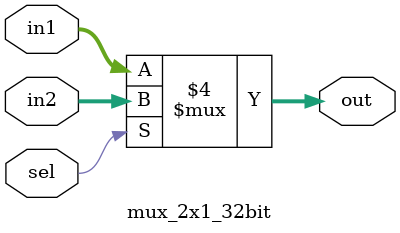
<source format=v>
module mux_2x1_32bit (
    input [31:0] in1,
    input [31:0] in2,
    input  sel,
    output reg [31:0] out
);

    always @ (*) begin
        if (sel == 1'b0) begin
            out = in1;
        end else begin
            out = in2;
        end
    end
    
endmodule

</source>
